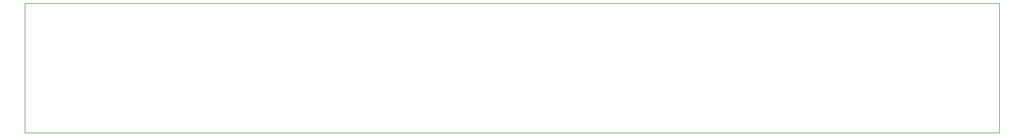
<source format=gm1>
%TF.GenerationSoftware,KiCad,Pcbnew,9.0.1-9.0.1-0~ubuntu24.04.1*%
%TF.CreationDate,2025-04-21T13:30:09+00:00*%
%TF.ProjectId,growbeam,67726f77-6265-4616-9d2e-6b696361645f,rev?*%
%TF.SameCoordinates,Original*%
%TF.FileFunction,Profile,NP*%
%FSLAX46Y46*%
G04 Gerber Fmt 4.6, Leading zero omitted, Abs format (unit mm)*
G04 Created by KiCad (PCBNEW 9.0.1-9.0.1-0~ubuntu24.04.1) date 2025-04-21 13:30:09*
%MOMM*%
%LPD*%
G01*
G04 APERTURE LIST*
%TA.AperFunction,Profile*%
%ADD10C,0.050000*%
%TD*%
G04 APERTURE END LIST*
D10*
X73000000Y-75000000D02*
X223000000Y-75000000D01*
X223000000Y-95000000D01*
X73000000Y-95000000D01*
X73000000Y-75000000D01*
M02*

</source>
